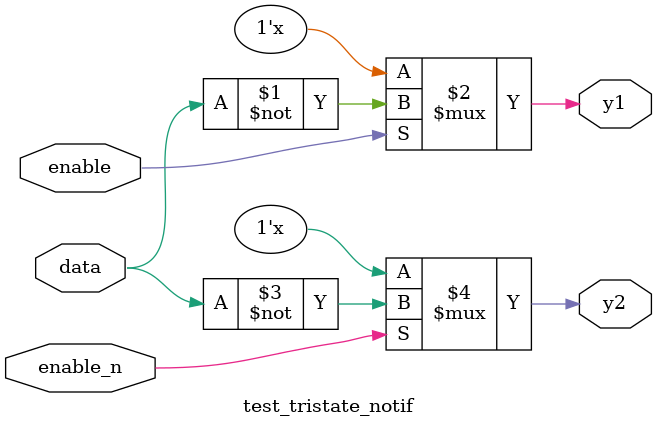
<source format=v>

module test_tristate_notif(
  input data,
  input enable,
  input enable_n,
  output y1,
  output y2
);
  notif1 not1(y1, data, enable);    // Inverting buffer with active-high enable
  notif0 not0(y2, data, enable_n);  // Inverting buffer with active-low enable
endmodule

</source>
